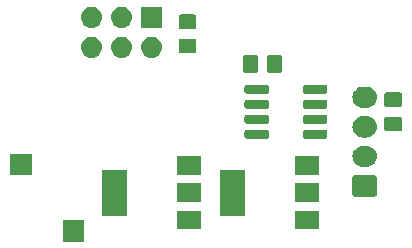
<source format=gbr>
G04 #@! TF.GenerationSoftware,KiCad,Pcbnew,(5.1.4-0-10_14)*
G04 #@! TF.CreationDate,2020-02-11T17:38:49-05:00*
G04 #@! TF.ProjectId,Chinchou,4368696e-6368-46f7-952e-6b696361645f,rev?*
G04 #@! TF.SameCoordinates,Original*
G04 #@! TF.FileFunction,Soldermask,Bot*
G04 #@! TF.FilePolarity,Negative*
%FSLAX46Y46*%
G04 Gerber Fmt 4.6, Leading zero omitted, Abs format (unit mm)*
G04 Created by KiCad (PCBNEW (5.1.4-0-10_14)) date 2020-02-11 17:38:49*
%MOMM*%
%LPD*%
G04 APERTURE LIST*
%ADD10C,0.100000*%
G04 APERTURE END LIST*
D10*
G36*
X21841000Y-35741000D02*
G01*
X20039000Y-35741000D01*
X20039000Y-33939000D01*
X21841000Y-33939000D01*
X21841000Y-35741000D01*
X21841000Y-35741000D01*
G37*
G36*
X41768000Y-34724000D02*
G01*
X39666000Y-34724000D01*
X39666000Y-33122000D01*
X41768000Y-33122000D01*
X41768000Y-34724000D01*
X41768000Y-34724000D01*
G37*
G36*
X31785000Y-34724000D02*
G01*
X29683000Y-34724000D01*
X29683000Y-33122000D01*
X31785000Y-33122000D01*
X31785000Y-34724000D01*
X31785000Y-34724000D01*
G37*
G36*
X35468000Y-33574000D02*
G01*
X33366000Y-33574000D01*
X33366000Y-29672000D01*
X35468000Y-29672000D01*
X35468000Y-33574000D01*
X35468000Y-33574000D01*
G37*
G36*
X25485000Y-33574000D02*
G01*
X23383000Y-33574000D01*
X23383000Y-29672000D01*
X25485000Y-29672000D01*
X25485000Y-33574000D01*
X25485000Y-33574000D01*
G37*
G36*
X41768000Y-32424000D02*
G01*
X39666000Y-32424000D01*
X39666000Y-30822000D01*
X41768000Y-30822000D01*
X41768000Y-32424000D01*
X41768000Y-32424000D01*
G37*
G36*
X31785000Y-32424000D02*
G01*
X29683000Y-32424000D01*
X29683000Y-30822000D01*
X31785000Y-30822000D01*
X31785000Y-32424000D01*
X31785000Y-32424000D01*
G37*
G36*
X46476600Y-30137989D02*
G01*
X46509652Y-30148015D01*
X46540103Y-30164292D01*
X46566799Y-30186201D01*
X46588708Y-30212897D01*
X46604985Y-30243348D01*
X46615011Y-30276400D01*
X46619000Y-30316903D01*
X46619000Y-31753097D01*
X46615011Y-31793600D01*
X46604985Y-31826652D01*
X46588708Y-31857103D01*
X46566799Y-31883799D01*
X46540103Y-31905708D01*
X46509652Y-31921985D01*
X46476600Y-31932011D01*
X46436097Y-31936000D01*
X44749903Y-31936000D01*
X44709400Y-31932011D01*
X44676348Y-31921985D01*
X44645897Y-31905708D01*
X44619201Y-31883799D01*
X44597292Y-31857103D01*
X44581015Y-31826652D01*
X44570989Y-31793600D01*
X44567000Y-31753097D01*
X44567000Y-30316903D01*
X44570989Y-30276400D01*
X44581015Y-30243348D01*
X44597292Y-30212897D01*
X44619201Y-30186201D01*
X44645897Y-30164292D01*
X44676348Y-30148015D01*
X44709400Y-30137989D01*
X44749903Y-30134000D01*
X46436097Y-30134000D01*
X46476600Y-30137989D01*
X46476600Y-30137989D01*
G37*
G36*
X31785000Y-30124000D02*
G01*
X29683000Y-30124000D01*
X29683000Y-28522000D01*
X31785000Y-28522000D01*
X31785000Y-30124000D01*
X31785000Y-30124000D01*
G37*
G36*
X41768000Y-30124000D02*
G01*
X39666000Y-30124000D01*
X39666000Y-28522000D01*
X41768000Y-28522000D01*
X41768000Y-30124000D01*
X41768000Y-30124000D01*
G37*
G36*
X17411000Y-30111000D02*
G01*
X15609000Y-30111000D01*
X15609000Y-28309000D01*
X17411000Y-28309000D01*
X17411000Y-30111000D01*
X17411000Y-30111000D01*
G37*
G36*
X45828443Y-27640519D02*
G01*
X45894627Y-27647037D01*
X46064466Y-27698557D01*
X46220991Y-27782222D01*
X46256729Y-27811552D01*
X46358186Y-27894814D01*
X46441448Y-27996271D01*
X46470778Y-28032009D01*
X46554443Y-28188534D01*
X46605963Y-28358373D01*
X46623359Y-28535000D01*
X46605963Y-28711627D01*
X46554443Y-28881466D01*
X46470778Y-29037991D01*
X46441448Y-29073729D01*
X46358186Y-29175186D01*
X46256729Y-29258448D01*
X46220991Y-29287778D01*
X46064466Y-29371443D01*
X45894627Y-29422963D01*
X45828443Y-29429481D01*
X45762260Y-29436000D01*
X45423740Y-29436000D01*
X45357557Y-29429481D01*
X45291373Y-29422963D01*
X45121534Y-29371443D01*
X44965009Y-29287778D01*
X44929271Y-29258448D01*
X44827814Y-29175186D01*
X44744552Y-29073729D01*
X44715222Y-29037991D01*
X44631557Y-28881466D01*
X44580037Y-28711627D01*
X44562641Y-28535000D01*
X44580037Y-28358373D01*
X44631557Y-28188534D01*
X44715222Y-28032009D01*
X44744552Y-27996271D01*
X44827814Y-27894814D01*
X44929271Y-27811552D01*
X44965009Y-27782222D01*
X45121534Y-27698557D01*
X45291373Y-27647037D01*
X45357557Y-27640519D01*
X45423740Y-27634000D01*
X45762260Y-27634000D01*
X45828443Y-27640519D01*
X45828443Y-27640519D01*
G37*
G36*
X37386928Y-26321764D02*
G01*
X37408009Y-26328160D01*
X37427445Y-26338548D01*
X37444476Y-26352524D01*
X37458452Y-26369555D01*
X37468840Y-26388991D01*
X37475236Y-26410072D01*
X37478000Y-26438140D01*
X37478000Y-26901860D01*
X37475236Y-26929928D01*
X37468840Y-26951009D01*
X37458452Y-26970445D01*
X37444476Y-26987476D01*
X37427445Y-27001452D01*
X37408009Y-27011840D01*
X37386928Y-27018236D01*
X37358860Y-27021000D01*
X35545140Y-27021000D01*
X35517072Y-27018236D01*
X35495991Y-27011840D01*
X35476555Y-27001452D01*
X35459524Y-26987476D01*
X35445548Y-26970445D01*
X35435160Y-26951009D01*
X35428764Y-26929928D01*
X35426000Y-26901860D01*
X35426000Y-26438140D01*
X35428764Y-26410072D01*
X35435160Y-26388991D01*
X35445548Y-26369555D01*
X35459524Y-26352524D01*
X35476555Y-26338548D01*
X35495991Y-26328160D01*
X35517072Y-26321764D01*
X35545140Y-26319000D01*
X37358860Y-26319000D01*
X37386928Y-26321764D01*
X37386928Y-26321764D01*
G37*
G36*
X42336928Y-26321764D02*
G01*
X42358009Y-26328160D01*
X42377445Y-26338548D01*
X42394476Y-26352524D01*
X42408452Y-26369555D01*
X42418840Y-26388991D01*
X42425236Y-26410072D01*
X42428000Y-26438140D01*
X42428000Y-26901860D01*
X42425236Y-26929928D01*
X42418840Y-26951009D01*
X42408452Y-26970445D01*
X42394476Y-26987476D01*
X42377445Y-27001452D01*
X42358009Y-27011840D01*
X42336928Y-27018236D01*
X42308860Y-27021000D01*
X40495140Y-27021000D01*
X40467072Y-27018236D01*
X40445991Y-27011840D01*
X40426555Y-27001452D01*
X40409524Y-26987476D01*
X40395548Y-26970445D01*
X40385160Y-26951009D01*
X40378764Y-26929928D01*
X40376000Y-26901860D01*
X40376000Y-26438140D01*
X40378764Y-26410072D01*
X40385160Y-26388991D01*
X40395548Y-26369555D01*
X40409524Y-26352524D01*
X40426555Y-26338548D01*
X40445991Y-26328160D01*
X40467072Y-26321764D01*
X40495140Y-26319000D01*
X42308860Y-26319000D01*
X42336928Y-26321764D01*
X42336928Y-26321764D01*
G37*
G36*
X45823909Y-25140072D02*
G01*
X45894627Y-25147037D01*
X46064466Y-25198557D01*
X46220991Y-25282222D01*
X46256729Y-25311552D01*
X46358186Y-25394814D01*
X46441448Y-25496271D01*
X46470778Y-25532009D01*
X46554443Y-25688534D01*
X46605963Y-25858373D01*
X46623359Y-26035000D01*
X46605963Y-26211627D01*
X46554443Y-26381466D01*
X46470778Y-26537991D01*
X46441448Y-26573729D01*
X46358186Y-26675186D01*
X46256729Y-26758448D01*
X46220991Y-26787778D01*
X46064466Y-26871443D01*
X45894627Y-26922963D01*
X45828443Y-26929481D01*
X45762260Y-26936000D01*
X45423740Y-26936000D01*
X45357557Y-26929481D01*
X45291373Y-26922963D01*
X45121534Y-26871443D01*
X44965009Y-26787778D01*
X44929271Y-26758448D01*
X44827814Y-26675186D01*
X44744552Y-26573729D01*
X44715222Y-26537991D01*
X44631557Y-26381466D01*
X44580037Y-26211627D01*
X44562641Y-26035000D01*
X44580037Y-25858373D01*
X44631557Y-25688534D01*
X44715222Y-25532009D01*
X44744552Y-25496271D01*
X44827814Y-25394814D01*
X44929271Y-25311552D01*
X44965009Y-25282222D01*
X45121534Y-25198557D01*
X45291373Y-25147037D01*
X45362091Y-25140072D01*
X45423740Y-25134000D01*
X45762260Y-25134000D01*
X45823909Y-25140072D01*
X45823909Y-25140072D01*
G37*
G36*
X48594674Y-25168465D02*
G01*
X48632367Y-25179899D01*
X48667103Y-25198466D01*
X48697548Y-25223452D01*
X48722534Y-25253897D01*
X48741101Y-25288633D01*
X48752535Y-25326326D01*
X48757000Y-25371661D01*
X48757000Y-26208339D01*
X48752535Y-26253674D01*
X48741101Y-26291367D01*
X48722534Y-26326103D01*
X48697548Y-26356548D01*
X48667103Y-26381534D01*
X48632367Y-26400101D01*
X48594674Y-26411535D01*
X48549339Y-26416000D01*
X47462661Y-26416000D01*
X47417326Y-26411535D01*
X47379633Y-26400101D01*
X47344897Y-26381534D01*
X47314452Y-26356548D01*
X47289466Y-26326103D01*
X47270899Y-26291367D01*
X47259465Y-26253674D01*
X47255000Y-26208339D01*
X47255000Y-25371661D01*
X47259465Y-25326326D01*
X47270899Y-25288633D01*
X47289466Y-25253897D01*
X47314452Y-25223452D01*
X47344897Y-25198466D01*
X47379633Y-25179899D01*
X47417326Y-25168465D01*
X47462661Y-25164000D01*
X48549339Y-25164000D01*
X48594674Y-25168465D01*
X48594674Y-25168465D01*
G37*
G36*
X37386928Y-25051764D02*
G01*
X37408009Y-25058160D01*
X37427445Y-25068548D01*
X37444476Y-25082524D01*
X37458452Y-25099555D01*
X37468840Y-25118991D01*
X37475236Y-25140072D01*
X37478000Y-25168140D01*
X37478000Y-25631860D01*
X37475236Y-25659928D01*
X37468840Y-25681009D01*
X37458452Y-25700445D01*
X37444476Y-25717476D01*
X37427445Y-25731452D01*
X37408009Y-25741840D01*
X37386928Y-25748236D01*
X37358860Y-25751000D01*
X35545140Y-25751000D01*
X35517072Y-25748236D01*
X35495991Y-25741840D01*
X35476555Y-25731452D01*
X35459524Y-25717476D01*
X35445548Y-25700445D01*
X35435160Y-25681009D01*
X35428764Y-25659928D01*
X35426000Y-25631860D01*
X35426000Y-25168140D01*
X35428764Y-25140072D01*
X35435160Y-25118991D01*
X35445548Y-25099555D01*
X35459524Y-25082524D01*
X35476555Y-25068548D01*
X35495991Y-25058160D01*
X35517072Y-25051764D01*
X35545140Y-25049000D01*
X37358860Y-25049000D01*
X37386928Y-25051764D01*
X37386928Y-25051764D01*
G37*
G36*
X42336928Y-25051764D02*
G01*
X42358009Y-25058160D01*
X42377445Y-25068548D01*
X42394476Y-25082524D01*
X42408452Y-25099555D01*
X42418840Y-25118991D01*
X42425236Y-25140072D01*
X42428000Y-25168140D01*
X42428000Y-25631860D01*
X42425236Y-25659928D01*
X42418840Y-25681009D01*
X42408452Y-25700445D01*
X42394476Y-25717476D01*
X42377445Y-25731452D01*
X42358009Y-25741840D01*
X42336928Y-25748236D01*
X42308860Y-25751000D01*
X40495140Y-25751000D01*
X40467072Y-25748236D01*
X40445991Y-25741840D01*
X40426555Y-25731452D01*
X40409524Y-25717476D01*
X40395548Y-25700445D01*
X40385160Y-25681009D01*
X40378764Y-25659928D01*
X40376000Y-25631860D01*
X40376000Y-25168140D01*
X40378764Y-25140072D01*
X40385160Y-25118991D01*
X40395548Y-25099555D01*
X40409524Y-25082524D01*
X40426555Y-25068548D01*
X40445991Y-25058160D01*
X40467072Y-25051764D01*
X40495140Y-25049000D01*
X42308860Y-25049000D01*
X42336928Y-25051764D01*
X42336928Y-25051764D01*
G37*
G36*
X42336928Y-23781764D02*
G01*
X42358009Y-23788160D01*
X42377445Y-23798548D01*
X42394476Y-23812524D01*
X42408452Y-23829555D01*
X42418840Y-23848991D01*
X42425236Y-23870072D01*
X42428000Y-23898140D01*
X42428000Y-24361860D01*
X42425236Y-24389928D01*
X42418840Y-24411009D01*
X42408452Y-24430445D01*
X42394476Y-24447476D01*
X42377445Y-24461452D01*
X42358009Y-24471840D01*
X42336928Y-24478236D01*
X42308860Y-24481000D01*
X40495140Y-24481000D01*
X40467072Y-24478236D01*
X40445991Y-24471840D01*
X40426555Y-24461452D01*
X40409524Y-24447476D01*
X40395548Y-24430445D01*
X40385160Y-24411009D01*
X40378764Y-24389928D01*
X40376000Y-24361860D01*
X40376000Y-23898140D01*
X40378764Y-23870072D01*
X40385160Y-23848991D01*
X40395548Y-23829555D01*
X40409524Y-23812524D01*
X40426555Y-23798548D01*
X40445991Y-23788160D01*
X40467072Y-23781764D01*
X40495140Y-23779000D01*
X42308860Y-23779000D01*
X42336928Y-23781764D01*
X42336928Y-23781764D01*
G37*
G36*
X37386928Y-23781764D02*
G01*
X37408009Y-23788160D01*
X37427445Y-23798548D01*
X37444476Y-23812524D01*
X37458452Y-23829555D01*
X37468840Y-23848991D01*
X37475236Y-23870072D01*
X37478000Y-23898140D01*
X37478000Y-24361860D01*
X37475236Y-24389928D01*
X37468840Y-24411009D01*
X37458452Y-24430445D01*
X37444476Y-24447476D01*
X37427445Y-24461452D01*
X37408009Y-24471840D01*
X37386928Y-24478236D01*
X37358860Y-24481000D01*
X35545140Y-24481000D01*
X35517072Y-24478236D01*
X35495991Y-24471840D01*
X35476555Y-24461452D01*
X35459524Y-24447476D01*
X35445548Y-24430445D01*
X35435160Y-24411009D01*
X35428764Y-24389928D01*
X35426000Y-24361860D01*
X35426000Y-23898140D01*
X35428764Y-23870072D01*
X35435160Y-23848991D01*
X35445548Y-23829555D01*
X35459524Y-23812524D01*
X35476555Y-23798548D01*
X35495991Y-23788160D01*
X35517072Y-23781764D01*
X35545140Y-23779000D01*
X37358860Y-23779000D01*
X37386928Y-23781764D01*
X37386928Y-23781764D01*
G37*
G36*
X45828443Y-22640519D02*
G01*
X45894627Y-22647037D01*
X46064466Y-22698557D01*
X46220991Y-22782222D01*
X46256729Y-22811552D01*
X46358186Y-22894814D01*
X46441448Y-22996271D01*
X46470778Y-23032009D01*
X46554443Y-23188534D01*
X46605963Y-23358373D01*
X46623359Y-23535000D01*
X46605963Y-23711627D01*
X46557899Y-23870072D01*
X46554442Y-23881468D01*
X46533706Y-23920262D01*
X46470778Y-24037991D01*
X46441448Y-24073729D01*
X46358186Y-24175186D01*
X46256729Y-24258448D01*
X46220991Y-24287778D01*
X46220989Y-24287779D01*
X46083003Y-24361535D01*
X46064466Y-24371443D01*
X45894627Y-24422963D01*
X45828443Y-24429481D01*
X45762260Y-24436000D01*
X45423740Y-24436000D01*
X45357557Y-24429481D01*
X45291373Y-24422963D01*
X45121534Y-24371443D01*
X45102998Y-24361535D01*
X44965011Y-24287779D01*
X44965009Y-24287778D01*
X44929271Y-24258448D01*
X44827814Y-24175186D01*
X44744552Y-24073729D01*
X44715222Y-24037991D01*
X44652294Y-23920262D01*
X44631558Y-23881468D01*
X44628101Y-23870072D01*
X44580037Y-23711627D01*
X44562641Y-23535000D01*
X44580037Y-23358373D01*
X44631557Y-23188534D01*
X44715222Y-23032009D01*
X44744552Y-22996271D01*
X44827814Y-22894814D01*
X44929271Y-22811552D01*
X44965009Y-22782222D01*
X45121534Y-22698557D01*
X45291373Y-22647037D01*
X45357557Y-22640519D01*
X45423740Y-22634000D01*
X45762260Y-22634000D01*
X45828443Y-22640519D01*
X45828443Y-22640519D01*
G37*
G36*
X48594674Y-23118465D02*
G01*
X48632367Y-23129899D01*
X48667103Y-23148466D01*
X48697548Y-23173452D01*
X48722534Y-23203897D01*
X48741101Y-23238633D01*
X48752535Y-23276326D01*
X48757000Y-23321661D01*
X48757000Y-24158339D01*
X48752535Y-24203674D01*
X48741101Y-24241367D01*
X48722534Y-24276103D01*
X48697548Y-24306548D01*
X48667103Y-24331534D01*
X48632367Y-24350101D01*
X48594674Y-24361535D01*
X48549339Y-24366000D01*
X47462661Y-24366000D01*
X47417326Y-24361535D01*
X47379633Y-24350101D01*
X47344897Y-24331534D01*
X47314452Y-24306548D01*
X47289466Y-24276103D01*
X47270899Y-24241367D01*
X47259465Y-24203674D01*
X47255000Y-24158339D01*
X47255000Y-23321661D01*
X47259465Y-23276326D01*
X47270899Y-23238633D01*
X47289466Y-23203897D01*
X47314452Y-23173452D01*
X47344897Y-23148466D01*
X47379633Y-23129899D01*
X47417326Y-23118465D01*
X47462661Y-23114000D01*
X48549339Y-23114000D01*
X48594674Y-23118465D01*
X48594674Y-23118465D01*
G37*
G36*
X42336928Y-22511764D02*
G01*
X42358009Y-22518160D01*
X42377445Y-22528548D01*
X42394476Y-22542524D01*
X42408452Y-22559555D01*
X42418840Y-22578991D01*
X42425236Y-22600072D01*
X42428000Y-22628140D01*
X42428000Y-23091860D01*
X42425236Y-23119928D01*
X42418840Y-23141009D01*
X42408452Y-23160445D01*
X42394476Y-23177476D01*
X42377445Y-23191452D01*
X42358009Y-23201840D01*
X42336928Y-23208236D01*
X42308860Y-23211000D01*
X40495140Y-23211000D01*
X40467072Y-23208236D01*
X40445991Y-23201840D01*
X40426555Y-23191452D01*
X40409524Y-23177476D01*
X40395548Y-23160445D01*
X40385160Y-23141009D01*
X40378764Y-23119928D01*
X40376000Y-23091860D01*
X40376000Y-22628140D01*
X40378764Y-22600072D01*
X40385160Y-22578991D01*
X40395548Y-22559555D01*
X40409524Y-22542524D01*
X40426555Y-22528548D01*
X40445991Y-22518160D01*
X40467072Y-22511764D01*
X40495140Y-22509000D01*
X42308860Y-22509000D01*
X42336928Y-22511764D01*
X42336928Y-22511764D01*
G37*
G36*
X37386928Y-22511764D02*
G01*
X37408009Y-22518160D01*
X37427445Y-22528548D01*
X37444476Y-22542524D01*
X37458452Y-22559555D01*
X37468840Y-22578991D01*
X37475236Y-22600072D01*
X37478000Y-22628140D01*
X37478000Y-23091860D01*
X37475236Y-23119928D01*
X37468840Y-23141009D01*
X37458452Y-23160445D01*
X37444476Y-23177476D01*
X37427445Y-23191452D01*
X37408009Y-23201840D01*
X37386928Y-23208236D01*
X37358860Y-23211000D01*
X35545140Y-23211000D01*
X35517072Y-23208236D01*
X35495991Y-23201840D01*
X35476555Y-23191452D01*
X35459524Y-23177476D01*
X35445548Y-23160445D01*
X35435160Y-23141009D01*
X35428764Y-23119928D01*
X35426000Y-23091860D01*
X35426000Y-22628140D01*
X35428764Y-22600072D01*
X35435160Y-22578991D01*
X35445548Y-22559555D01*
X35459524Y-22542524D01*
X35476555Y-22528548D01*
X35495991Y-22518160D01*
X35517072Y-22511764D01*
X35545140Y-22509000D01*
X37358860Y-22509000D01*
X37386928Y-22511764D01*
X37386928Y-22511764D01*
G37*
G36*
X38445674Y-19954465D02*
G01*
X38483367Y-19965899D01*
X38518103Y-19984466D01*
X38548548Y-20009452D01*
X38573534Y-20039897D01*
X38592101Y-20074633D01*
X38603535Y-20112326D01*
X38608000Y-20157661D01*
X38608000Y-21244339D01*
X38603535Y-21289674D01*
X38592101Y-21327367D01*
X38573534Y-21362103D01*
X38548548Y-21392548D01*
X38518103Y-21417534D01*
X38483367Y-21436101D01*
X38445674Y-21447535D01*
X38400339Y-21452000D01*
X37563661Y-21452000D01*
X37518326Y-21447535D01*
X37480633Y-21436101D01*
X37445897Y-21417534D01*
X37415452Y-21392548D01*
X37390466Y-21362103D01*
X37371899Y-21327367D01*
X37360465Y-21289674D01*
X37356000Y-21244339D01*
X37356000Y-20157661D01*
X37360465Y-20112326D01*
X37371899Y-20074633D01*
X37390466Y-20039897D01*
X37415452Y-20009452D01*
X37445897Y-19984466D01*
X37480633Y-19965899D01*
X37518326Y-19954465D01*
X37563661Y-19950000D01*
X38400339Y-19950000D01*
X38445674Y-19954465D01*
X38445674Y-19954465D01*
G37*
G36*
X36395674Y-19954465D02*
G01*
X36433367Y-19965899D01*
X36468103Y-19984466D01*
X36498548Y-20009452D01*
X36523534Y-20039897D01*
X36542101Y-20074633D01*
X36553535Y-20112326D01*
X36558000Y-20157661D01*
X36558000Y-21244339D01*
X36553535Y-21289674D01*
X36542101Y-21327367D01*
X36523534Y-21362103D01*
X36498548Y-21392548D01*
X36468103Y-21417534D01*
X36433367Y-21436101D01*
X36395674Y-21447535D01*
X36350339Y-21452000D01*
X35513661Y-21452000D01*
X35468326Y-21447535D01*
X35430633Y-21436101D01*
X35395897Y-21417534D01*
X35365452Y-21392548D01*
X35340466Y-21362103D01*
X35321899Y-21327367D01*
X35310465Y-21289674D01*
X35306000Y-21244339D01*
X35306000Y-20157661D01*
X35310465Y-20112326D01*
X35321899Y-20074633D01*
X35340466Y-20039897D01*
X35365452Y-20009452D01*
X35395897Y-19984466D01*
X35430633Y-19965899D01*
X35468326Y-19954465D01*
X35513661Y-19950000D01*
X36350339Y-19950000D01*
X36395674Y-19954465D01*
X36395674Y-19954465D01*
G37*
G36*
X22589443Y-18409519D02*
G01*
X22655627Y-18416037D01*
X22825466Y-18467557D01*
X22981991Y-18551222D01*
X23003653Y-18569000D01*
X23119186Y-18663814D01*
X23179261Y-18737017D01*
X23231778Y-18801009D01*
X23315443Y-18957534D01*
X23366963Y-19127373D01*
X23384359Y-19304000D01*
X23366963Y-19480627D01*
X23315443Y-19650466D01*
X23231778Y-19806991D01*
X23224573Y-19815770D01*
X23119186Y-19944186D01*
X23017729Y-20027448D01*
X22981991Y-20056778D01*
X22825466Y-20140443D01*
X22655627Y-20191963D01*
X22589443Y-20198481D01*
X22523260Y-20205000D01*
X22434740Y-20205000D01*
X22368557Y-20198481D01*
X22302373Y-20191963D01*
X22132534Y-20140443D01*
X21976009Y-20056778D01*
X21940271Y-20027448D01*
X21838814Y-19944186D01*
X21733427Y-19815770D01*
X21726222Y-19806991D01*
X21642557Y-19650466D01*
X21591037Y-19480627D01*
X21573641Y-19304000D01*
X21591037Y-19127373D01*
X21642557Y-18957534D01*
X21726222Y-18801009D01*
X21778739Y-18737017D01*
X21838814Y-18663814D01*
X21954347Y-18569000D01*
X21976009Y-18551222D01*
X22132534Y-18467557D01*
X22302373Y-18416037D01*
X22368557Y-18409519D01*
X22434740Y-18403000D01*
X22523260Y-18403000D01*
X22589443Y-18409519D01*
X22589443Y-18409519D01*
G37*
G36*
X25129443Y-18409519D02*
G01*
X25195627Y-18416037D01*
X25365466Y-18467557D01*
X25521991Y-18551222D01*
X25543653Y-18569000D01*
X25659186Y-18663814D01*
X25719261Y-18737017D01*
X25771778Y-18801009D01*
X25855443Y-18957534D01*
X25906963Y-19127373D01*
X25924359Y-19304000D01*
X25906963Y-19480627D01*
X25855443Y-19650466D01*
X25771778Y-19806991D01*
X25764573Y-19815770D01*
X25659186Y-19944186D01*
X25557729Y-20027448D01*
X25521991Y-20056778D01*
X25365466Y-20140443D01*
X25195627Y-20191963D01*
X25129443Y-20198481D01*
X25063260Y-20205000D01*
X24974740Y-20205000D01*
X24908557Y-20198481D01*
X24842373Y-20191963D01*
X24672534Y-20140443D01*
X24516009Y-20056778D01*
X24480271Y-20027448D01*
X24378814Y-19944186D01*
X24273427Y-19815770D01*
X24266222Y-19806991D01*
X24182557Y-19650466D01*
X24131037Y-19480627D01*
X24113641Y-19304000D01*
X24131037Y-19127373D01*
X24182557Y-18957534D01*
X24266222Y-18801009D01*
X24318739Y-18737017D01*
X24378814Y-18663814D01*
X24494347Y-18569000D01*
X24516009Y-18551222D01*
X24672534Y-18467557D01*
X24842373Y-18416037D01*
X24908557Y-18409519D01*
X24974740Y-18403000D01*
X25063260Y-18403000D01*
X25129443Y-18409519D01*
X25129443Y-18409519D01*
G37*
G36*
X27669443Y-18409519D02*
G01*
X27735627Y-18416037D01*
X27905466Y-18467557D01*
X28061991Y-18551222D01*
X28083653Y-18569000D01*
X28199186Y-18663814D01*
X28259261Y-18737017D01*
X28311778Y-18801009D01*
X28395443Y-18957534D01*
X28446963Y-19127373D01*
X28464359Y-19304000D01*
X28446963Y-19480627D01*
X28395443Y-19650466D01*
X28311778Y-19806991D01*
X28304573Y-19815770D01*
X28199186Y-19944186D01*
X28097729Y-20027448D01*
X28061991Y-20056778D01*
X27905466Y-20140443D01*
X27735627Y-20191963D01*
X27669443Y-20198481D01*
X27603260Y-20205000D01*
X27514740Y-20205000D01*
X27448557Y-20198481D01*
X27382373Y-20191963D01*
X27212534Y-20140443D01*
X27056009Y-20056778D01*
X27020271Y-20027448D01*
X26918814Y-19944186D01*
X26813427Y-19815770D01*
X26806222Y-19806991D01*
X26722557Y-19650466D01*
X26671037Y-19480627D01*
X26653641Y-19304000D01*
X26671037Y-19127373D01*
X26722557Y-18957534D01*
X26806222Y-18801009D01*
X26858739Y-18737017D01*
X26918814Y-18663814D01*
X27034347Y-18569000D01*
X27056009Y-18551222D01*
X27212534Y-18467557D01*
X27382373Y-18416037D01*
X27448557Y-18409519D01*
X27514740Y-18403000D01*
X27603260Y-18403000D01*
X27669443Y-18409519D01*
X27669443Y-18409519D01*
G37*
G36*
X31195674Y-18573465D02*
G01*
X31233367Y-18584899D01*
X31268103Y-18603466D01*
X31298548Y-18628452D01*
X31323534Y-18658897D01*
X31342101Y-18693633D01*
X31353535Y-18731326D01*
X31358000Y-18776661D01*
X31358000Y-19613339D01*
X31353535Y-19658674D01*
X31342101Y-19696367D01*
X31323534Y-19731103D01*
X31298548Y-19761548D01*
X31268103Y-19786534D01*
X31233367Y-19805101D01*
X31195674Y-19816535D01*
X31150339Y-19821000D01*
X30063661Y-19821000D01*
X30018326Y-19816535D01*
X29980633Y-19805101D01*
X29945897Y-19786534D01*
X29915452Y-19761548D01*
X29890466Y-19731103D01*
X29871899Y-19696367D01*
X29860465Y-19658674D01*
X29856000Y-19613339D01*
X29856000Y-18776661D01*
X29860465Y-18731326D01*
X29871899Y-18693633D01*
X29890466Y-18658897D01*
X29915452Y-18628452D01*
X29945897Y-18603466D01*
X29980633Y-18584899D01*
X30018326Y-18573465D01*
X30063661Y-18569000D01*
X31150339Y-18569000D01*
X31195674Y-18573465D01*
X31195674Y-18573465D01*
G37*
G36*
X31195674Y-16523465D02*
G01*
X31233367Y-16534899D01*
X31268103Y-16553466D01*
X31298548Y-16578452D01*
X31323534Y-16608897D01*
X31342101Y-16643633D01*
X31353535Y-16681326D01*
X31358000Y-16726661D01*
X31358000Y-17563339D01*
X31353535Y-17608674D01*
X31342101Y-17646367D01*
X31323534Y-17681103D01*
X31298548Y-17711548D01*
X31268103Y-17736534D01*
X31233367Y-17755101D01*
X31195674Y-17766535D01*
X31150339Y-17771000D01*
X30063661Y-17771000D01*
X30018326Y-17766535D01*
X29980633Y-17755101D01*
X29945897Y-17736534D01*
X29915452Y-17711548D01*
X29890466Y-17681103D01*
X29871899Y-17646367D01*
X29860465Y-17608674D01*
X29856000Y-17563339D01*
X29856000Y-16726661D01*
X29860465Y-16681326D01*
X29871899Y-16643633D01*
X29890466Y-16608897D01*
X29915452Y-16578452D01*
X29945897Y-16553466D01*
X29980633Y-16534899D01*
X30018326Y-16523465D01*
X30063661Y-16519000D01*
X31150339Y-16519000D01*
X31195674Y-16523465D01*
X31195674Y-16523465D01*
G37*
G36*
X22589443Y-15869519D02*
G01*
X22655627Y-15876037D01*
X22825466Y-15927557D01*
X22981991Y-16011222D01*
X23017729Y-16040552D01*
X23119186Y-16123814D01*
X23202448Y-16225271D01*
X23231778Y-16261009D01*
X23315443Y-16417534D01*
X23366963Y-16587373D01*
X23384359Y-16764000D01*
X23366963Y-16940627D01*
X23315443Y-17110466D01*
X23231778Y-17266991D01*
X23202448Y-17302729D01*
X23119186Y-17404186D01*
X23017729Y-17487448D01*
X22981991Y-17516778D01*
X22825466Y-17600443D01*
X22655627Y-17651963D01*
X22589442Y-17658482D01*
X22523260Y-17665000D01*
X22434740Y-17665000D01*
X22368558Y-17658482D01*
X22302373Y-17651963D01*
X22132534Y-17600443D01*
X21976009Y-17516778D01*
X21940271Y-17487448D01*
X21838814Y-17404186D01*
X21755552Y-17302729D01*
X21726222Y-17266991D01*
X21642557Y-17110466D01*
X21591037Y-16940627D01*
X21573641Y-16764000D01*
X21591037Y-16587373D01*
X21642557Y-16417534D01*
X21726222Y-16261009D01*
X21755552Y-16225271D01*
X21838814Y-16123814D01*
X21940271Y-16040552D01*
X21976009Y-16011222D01*
X22132534Y-15927557D01*
X22302373Y-15876037D01*
X22368557Y-15869519D01*
X22434740Y-15863000D01*
X22523260Y-15863000D01*
X22589443Y-15869519D01*
X22589443Y-15869519D01*
G37*
G36*
X25129443Y-15869519D02*
G01*
X25195627Y-15876037D01*
X25365466Y-15927557D01*
X25521991Y-16011222D01*
X25557729Y-16040552D01*
X25659186Y-16123814D01*
X25742448Y-16225271D01*
X25771778Y-16261009D01*
X25855443Y-16417534D01*
X25906963Y-16587373D01*
X25924359Y-16764000D01*
X25906963Y-16940627D01*
X25855443Y-17110466D01*
X25771778Y-17266991D01*
X25742448Y-17302729D01*
X25659186Y-17404186D01*
X25557729Y-17487448D01*
X25521991Y-17516778D01*
X25365466Y-17600443D01*
X25195627Y-17651963D01*
X25129442Y-17658482D01*
X25063260Y-17665000D01*
X24974740Y-17665000D01*
X24908558Y-17658482D01*
X24842373Y-17651963D01*
X24672534Y-17600443D01*
X24516009Y-17516778D01*
X24480271Y-17487448D01*
X24378814Y-17404186D01*
X24295552Y-17302729D01*
X24266222Y-17266991D01*
X24182557Y-17110466D01*
X24131037Y-16940627D01*
X24113641Y-16764000D01*
X24131037Y-16587373D01*
X24182557Y-16417534D01*
X24266222Y-16261009D01*
X24295552Y-16225271D01*
X24378814Y-16123814D01*
X24480271Y-16040552D01*
X24516009Y-16011222D01*
X24672534Y-15927557D01*
X24842373Y-15876037D01*
X24908557Y-15869519D01*
X24974740Y-15863000D01*
X25063260Y-15863000D01*
X25129443Y-15869519D01*
X25129443Y-15869519D01*
G37*
G36*
X28460000Y-17665000D02*
G01*
X26658000Y-17665000D01*
X26658000Y-15863000D01*
X28460000Y-15863000D01*
X28460000Y-17665000D01*
X28460000Y-17665000D01*
G37*
M02*

</source>
